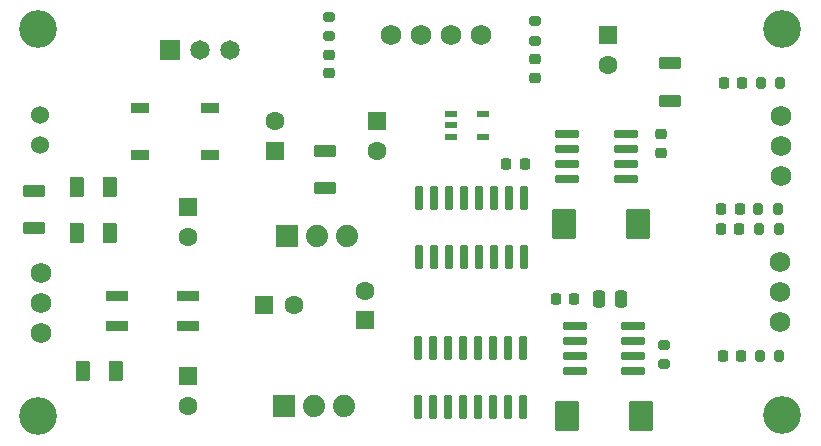
<source format=gbr>
%TF.GenerationSoftware,KiCad,Pcbnew,(6.0.9)*%
%TF.CreationDate,2022-11-12T23:53:35-05:00*%
%TF.ProjectId,CurrentSense_PS,43757272-656e-4745-9365-6e73655f5053,rev?*%
%TF.SameCoordinates,Original*%
%TF.FileFunction,Soldermask,Top*%
%TF.FilePolarity,Negative*%
%FSLAX46Y46*%
G04 Gerber Fmt 4.6, Leading zero omitted, Abs format (unit mm)*
G04 Created by KiCad (PCBNEW (6.0.9)) date 2022-11-12 23:53:35*
%MOMM*%
%LPD*%
G01*
G04 APERTURE LIST*
G04 Aperture macros list*
%AMRoundRect*
0 Rectangle with rounded corners*
0 $1 Rounding radius*
0 $2 $3 $4 $5 $6 $7 $8 $9 X,Y pos of 4 corners*
0 Add a 4 corners polygon primitive as box body*
4,1,4,$2,$3,$4,$5,$6,$7,$8,$9,$2,$3,0*
0 Add four circle primitives for the rounded corners*
1,1,$1+$1,$2,$3*
1,1,$1+$1,$4,$5*
1,1,$1+$1,$6,$7*
1,1,$1+$1,$8,$9*
0 Add four rect primitives between the rounded corners*
20,1,$1+$1,$2,$3,$4,$5,0*
20,1,$1+$1,$4,$5,$6,$7,0*
20,1,$1+$1,$6,$7,$8,$9,0*
20,1,$1+$1,$8,$9,$2,$3,0*%
G04 Aperture macros list end*
%ADD10C,3.200000*%
%ADD11R,1.600000X1.600000*%
%ADD12C,1.600000*%
%ADD13RoundRect,0.218750X-0.218750X-0.256250X0.218750X-0.256250X0.218750X0.256250X-0.218750X0.256250X0*%
%ADD14RoundRect,0.200000X-0.275000X0.200000X-0.275000X-0.200000X0.275000X-0.200000X0.275000X0.200000X0*%
%ADD15R,1.651000X1.651000*%
%ADD16C,1.651000*%
%ADD17RoundRect,0.250000X-0.700000X0.275000X-0.700000X-0.275000X0.700000X-0.275000X0.700000X0.275000X0*%
%ADD18RoundRect,0.200000X0.200000X0.275000X-0.200000X0.275000X-0.200000X-0.275000X0.200000X-0.275000X0*%
%ADD19C,1.524000*%
%ADD20R,1.003300X0.508000*%
%ADD21C,1.727200*%
%ADD22RoundRect,0.250000X-0.787500X-1.025000X0.787500X-1.025000X0.787500X1.025000X-0.787500X1.025000X0*%
%ADD23RoundRect,0.250000X-0.375000X-0.625000X0.375000X-0.625000X0.375000X0.625000X-0.375000X0.625000X0*%
%ADD24RoundRect,0.200000X0.275000X-0.200000X0.275000X0.200000X-0.275000X0.200000X-0.275000X-0.200000X0*%
%ADD25RoundRect,0.250000X0.787500X1.025000X-0.787500X1.025000X-0.787500X-1.025000X0.787500X-1.025000X0*%
%ADD26RoundRect,0.218750X0.218750X0.256250X-0.218750X0.256250X-0.218750X-0.256250X0.218750X-0.256250X0*%
%ADD27RoundRect,0.250000X0.250000X0.475000X-0.250000X0.475000X-0.250000X-0.475000X0.250000X-0.475000X0*%
%ADD28RoundRect,0.218750X0.256250X-0.218750X0.256250X0.218750X-0.256250X0.218750X-0.256250X-0.218750X0*%
%ADD29RoundRect,0.042000X-0.943000X-0.258000X0.943000X-0.258000X0.943000X0.258000X-0.943000X0.258000X0*%
%ADD30RoundRect,0.225000X0.225000X0.250000X-0.225000X0.250000X-0.225000X-0.250000X0.225000X-0.250000X0*%
%ADD31RoundRect,0.048800X0.256200X-0.936200X0.256200X0.936200X-0.256200X0.936200X-0.256200X-0.936200X0*%
%ADD32R,1.850000X0.850000*%
%ADD33RoundRect,0.048800X-0.256200X0.936200X-0.256200X-0.936200X0.256200X-0.936200X0.256200X0.936200X0*%
%ADD34RoundRect,0.225000X0.250000X-0.225000X0.250000X0.225000X-0.250000X0.225000X-0.250000X-0.225000X0*%
%ADD35R,1.879600X1.879600*%
%ADD36C,1.879600*%
%ADD37R,1.550000X0.900000*%
G04 APERTURE END LIST*
D10*
%TO.C,H1*%
X61722000Y-64516000D03*
%TD*%
D11*
%TO.C,C4*%
X74422000Y-93853000D03*
D12*
X74422000Y-96353000D03*
%TD*%
D13*
%TO.C,D6*%
X119671500Y-92202000D03*
X121246500Y-92202000D03*
%TD*%
D14*
%TO.C,R3*%
X103759000Y-63818000D03*
X103759000Y-65468000D03*
%TD*%
D15*
%TO.C,CR1*%
X72826600Y-66217800D03*
D16*
X75366600Y-66217800D03*
X77906600Y-66217800D03*
%TD*%
D17*
%TO.C,L3*%
X61341000Y-78181000D03*
X61341000Y-81331000D03*
%TD*%
%TO.C,L1*%
X85979000Y-74803000D03*
X85979000Y-77953000D03*
%TD*%
D14*
%TO.C,R2*%
X86360000Y-63437000D03*
X86360000Y-65087000D03*
%TD*%
D18*
%TO.C,R5*%
X124523000Y-69088000D03*
X122873000Y-69088000D03*
%TD*%
D19*
%TO.C,J1*%
X61823600Y-74295000D03*
X61823600Y-71755000D03*
%TD*%
D20*
%TO.C,U1*%
X96691450Y-71693999D03*
X96691450Y-72644000D03*
X96691450Y-73594001D03*
X99396550Y-73594001D03*
X99396550Y-71693999D03*
%TD*%
D11*
%TO.C,C7*%
X80836888Y-87884000D03*
D12*
X83336888Y-87884000D03*
%TD*%
D21*
%TO.C,J3*%
X61925200Y-90220800D03*
X61925200Y-87680800D03*
X61925200Y-85140800D03*
%TD*%
%TO.C,J4*%
X124561600Y-71882000D03*
X124561600Y-74422000D03*
X124561600Y-76962000D03*
%TD*%
D18*
%TO.C,R4*%
X124332000Y-79756000D03*
X122682000Y-79756000D03*
%TD*%
D10*
%TO.C,H4*%
X124714000Y-64516000D03*
%TD*%
D22*
%TO.C,C13*%
X106234500Y-81026000D03*
X112459500Y-81026000D03*
%TD*%
D23*
%TO.C,F1*%
X65021000Y-77851000D03*
X67821000Y-77851000D03*
%TD*%
D11*
%TO.C,C3*%
X109982000Y-65024000D03*
D12*
X109982000Y-67524000D03*
%TD*%
D24*
%TO.C,R1*%
X114681000Y-92849200D03*
X114681000Y-91199200D03*
%TD*%
D25*
%TO.C,C10*%
X112713500Y-97282000D03*
X106488500Y-97282000D03*
%TD*%
D26*
%TO.C,D4*%
X121310500Y-69088000D03*
X119735500Y-69088000D03*
%TD*%
D27*
%TO.C,C8*%
X111059000Y-87376000D03*
X109159000Y-87376000D03*
%TD*%
D11*
%TO.C,C5*%
X74422000Y-79566888D03*
D12*
X74422000Y-82066888D03*
%TD*%
D23*
%TO.C,F2*%
X65529000Y-93472000D03*
X68329000Y-93472000D03*
%TD*%
D28*
%TO.C,D1*%
X86360000Y-68224500D03*
X86360000Y-66649500D03*
%TD*%
D29*
%TO.C,U5*%
X106497000Y-73406000D03*
X106497000Y-74676000D03*
X106497000Y-75946000D03*
X106497000Y-77216000D03*
X111437000Y-77216000D03*
X111437000Y-75946000D03*
X111437000Y-74676000D03*
X111437000Y-73406000D03*
%TD*%
D30*
%TO.C,C9*%
X107074000Y-87376000D03*
X105524000Y-87376000D03*
%TD*%
D29*
%TO.C,U4*%
X107132000Y-89662000D03*
X107132000Y-90932000D03*
X107132000Y-92202000D03*
X107132000Y-93472000D03*
X112072000Y-93472000D03*
X112072000Y-92202000D03*
X112072000Y-90932000D03*
X112072000Y-89662000D03*
%TD*%
D10*
%TO.C,H3*%
X124714000Y-97155000D03*
%TD*%
D31*
%TO.C,DN2*%
X93980000Y-83750000D03*
X95250000Y-83750000D03*
X96520000Y-83750000D03*
X97790000Y-83750000D03*
X99060000Y-83750000D03*
X100330000Y-83750000D03*
X101600000Y-83750000D03*
X102870000Y-83750000D03*
X102870000Y-78810000D03*
X101600000Y-78810000D03*
X100330000Y-78810000D03*
X99060000Y-78810000D03*
X97790000Y-78810000D03*
X96520000Y-78810000D03*
X95250000Y-78810000D03*
X93980000Y-78810000D03*
%TD*%
D17*
%TO.C,L2*%
X115189000Y-67386000D03*
X115189000Y-70536000D03*
%TD*%
D11*
%TO.C,C2*%
X90424000Y-72303000D03*
D12*
X90424000Y-74803000D03*
%TD*%
D13*
%TO.C,D3*%
X119544500Y-79756000D03*
X121119500Y-79756000D03*
%TD*%
D32*
%TO.C,BR1*%
X74399000Y-89617112D03*
X74399000Y-87117112D03*
X68349000Y-87117112D03*
X68349000Y-89617112D03*
%TD*%
D26*
%TO.C,D5*%
X121056500Y-81407000D03*
X119481500Y-81407000D03*
%TD*%
D33*
%TO.C,DN1*%
X102743000Y-91510000D03*
X101473000Y-91510000D03*
X100203000Y-91510000D03*
X98933000Y-91510000D03*
X97663000Y-91510000D03*
X96393000Y-91510000D03*
X95123000Y-91510000D03*
X93853000Y-91510000D03*
X93853000Y-96450000D03*
X95123000Y-96450000D03*
X96393000Y-96450000D03*
X97663000Y-96450000D03*
X98933000Y-96450000D03*
X100203000Y-96450000D03*
X101473000Y-96450000D03*
X102743000Y-96450000D03*
%TD*%
D18*
%TO.C,R7*%
X124396000Y-81407000D03*
X122746000Y-81407000D03*
%TD*%
D34*
%TO.C,C11*%
X114427000Y-74943000D03*
X114427000Y-73393000D03*
%TD*%
D21*
%TO.C,J5*%
X124511000Y-84201000D03*
X124511000Y-86741000D03*
X124511000Y-89281000D03*
%TD*%
D35*
%TO.C,U3*%
X82732600Y-82042000D03*
D36*
X85272600Y-82042000D03*
X87812600Y-82042000D03*
%TD*%
D30*
%TO.C,C12*%
X102883000Y-75946000D03*
X101333000Y-75946000D03*
%TD*%
D35*
%TO.C,U2*%
X82478600Y-96393000D03*
D36*
X85018600Y-96393000D03*
X87558600Y-96393000D03*
%TD*%
D10*
%TO.C,H2*%
X61722000Y-97282000D03*
%TD*%
D18*
%TO.C,R6*%
X124459000Y-92202000D03*
X122809000Y-92202000D03*
%TD*%
D11*
%TO.C,C6*%
X89408000Y-89154000D03*
D12*
X89408000Y-86654000D03*
%TD*%
D28*
%TO.C,D2*%
X103759000Y-68605500D03*
X103759000Y-67030500D03*
%TD*%
D23*
%TO.C,F3*%
X65021000Y-81788000D03*
X67821000Y-81788000D03*
%TD*%
D11*
%TO.C,C1*%
X81788000Y-74778112D03*
D12*
X81788000Y-72278112D03*
%TD*%
D21*
%TO.C,J2*%
X91567000Y-65024000D03*
X94107000Y-65024000D03*
X96647000Y-65024000D03*
X99187000Y-65024000D03*
%TD*%
D37*
%TO.C,IC1*%
X76254000Y-75152000D03*
X76254000Y-71152000D03*
X70304000Y-71152000D03*
X70304000Y-75152000D03*
%TD*%
M02*

</source>
